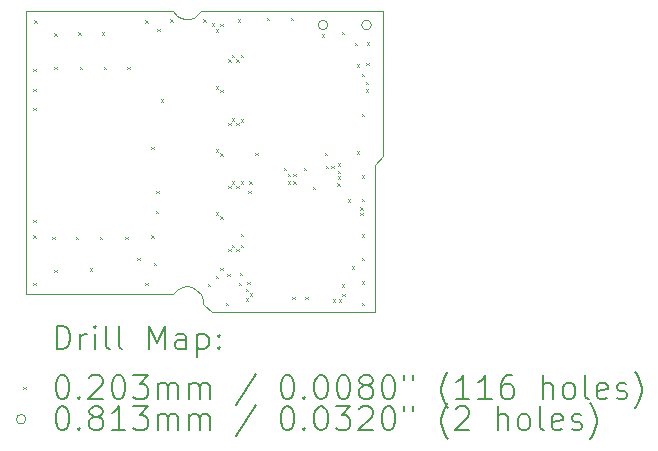
<source format=gbr>
%TF.GenerationSoftware,KiCad,Pcbnew,8.0.5*%
%TF.CreationDate,2025-10-23T09:57:47-05:00*%
%TF.ProjectId,iris-128s,69726973-2d31-4323-9873-2e6b69636164,1*%
%TF.SameCoordinates,Original*%
%TF.FileFunction,Drillmap*%
%TF.FilePolarity,Positive*%
%FSLAX45Y45*%
G04 Gerber Fmt 4.5, Leading zero omitted, Abs format (unit mm)*
G04 Created by KiCad (PCBNEW 8.0.5) date 2025-10-23 09:57:47*
%MOMM*%
%LPD*%
G01*
G04 APERTURE LIST*
%ADD10C,0.050000*%
%ADD11C,0.200000*%
%ADD12C,0.100000*%
G04 APERTURE END LIST*
D10*
X9550000Y-10400000D02*
X9550000Y-8000000D01*
X10990000Y-10360000D02*
X11030000Y-10400000D01*
X11000000Y-8035000D02*
X11030000Y-8000000D01*
X12570000Y-8000000D02*
X12570000Y-9230000D01*
X10790000Y-10400000D02*
X10830000Y-10360000D01*
X10895000Y-8070000D02*
X10930000Y-8070000D01*
X9550000Y-8000000D02*
X10790000Y-8000000D01*
X10830000Y-10360000D02*
X10870000Y-10340000D01*
X10790000Y-10400000D02*
X9550000Y-10400000D01*
X11030000Y-10400000D02*
X11050000Y-10450000D01*
X12100000Y-10550000D02*
X11120000Y-10550000D01*
X10790000Y-8000000D02*
X10825000Y-8040000D01*
X11050000Y-10450000D02*
X11050000Y-10480000D01*
X10950000Y-10340250D02*
X10990000Y-10360000D01*
X10970000Y-8055000D02*
X11000000Y-8035000D01*
X12500000Y-9300000D02*
X12500000Y-10550000D01*
X10910000Y-10330000D02*
X10950000Y-10340250D01*
X10930000Y-8070000D02*
X10970000Y-8055000D01*
X10825000Y-8040000D02*
X10860000Y-8060000D01*
X12570000Y-9230000D02*
X12500000Y-9300000D01*
X11120000Y-10550000D02*
X11050000Y-10480000D01*
X10870000Y-10340000D02*
X10910000Y-10330000D01*
X12500000Y-10550000D02*
X12100000Y-10550000D01*
X10860000Y-8060000D02*
X10895000Y-8070000D01*
X11030000Y-8000000D02*
X12570000Y-8000000D01*
D11*
D12*
X9609840Y-8489840D02*
X9630160Y-8510160D01*
X9630160Y-8489840D02*
X9609840Y-8510160D01*
X9609840Y-8659840D02*
X9630160Y-8680160D01*
X9630160Y-8659840D02*
X9609840Y-8680160D01*
X9609840Y-8819840D02*
X9630160Y-8840160D01*
X9630160Y-8819840D02*
X9609840Y-8840160D01*
X9609840Y-9769840D02*
X9630160Y-9790160D01*
X9630160Y-9769840D02*
X9609840Y-9790160D01*
X9609840Y-9899840D02*
X9630160Y-9920160D01*
X9630160Y-9899840D02*
X9609840Y-9920160D01*
X9609840Y-10299840D02*
X9630160Y-10320160D01*
X9630160Y-10299840D02*
X9609840Y-10320160D01*
X9619840Y-8079840D02*
X9640160Y-8100160D01*
X9640160Y-8079840D02*
X9619840Y-8100160D01*
X9771758Y-9910180D02*
X9792078Y-9930500D01*
X9792078Y-9910180D02*
X9771758Y-9930500D01*
X9789538Y-8470180D02*
X9809858Y-8490500D01*
X9809858Y-8470180D02*
X9789538Y-8490500D01*
X9789840Y-8189840D02*
X9810160Y-8210160D01*
X9810160Y-8189840D02*
X9789840Y-8210160D01*
X9789840Y-10189840D02*
X9810160Y-10210160D01*
X9810160Y-10189840D02*
X9789840Y-10210160D01*
X9971758Y-9910180D02*
X9992078Y-9930500D01*
X9992078Y-9910180D02*
X9971758Y-9930500D01*
X9989840Y-8179840D02*
X10010160Y-8200160D01*
X10010160Y-8179840D02*
X9989840Y-8200160D01*
X10004458Y-8471958D02*
X10024778Y-8492278D01*
X10024778Y-8471958D02*
X10004458Y-8492278D01*
X10089840Y-10179840D02*
X10110160Y-10200160D01*
X10110160Y-10179840D02*
X10089840Y-10200160D01*
X10174298Y-9910180D02*
X10194618Y-9930500D01*
X10194618Y-9910180D02*
X10174298Y-9930500D01*
X10189840Y-8179840D02*
X10210160Y-8200160D01*
X10210160Y-8179840D02*
X10189840Y-8200160D01*
X10207318Y-8470180D02*
X10227638Y-8490500D01*
X10227638Y-8470180D02*
X10207318Y-8490500D01*
X10389538Y-9910180D02*
X10409858Y-9930500D01*
X10409858Y-9910180D02*
X10389538Y-9930500D01*
X10407318Y-8470180D02*
X10427638Y-8490500D01*
X10427638Y-8470180D02*
X10407318Y-8490500D01*
X10489840Y-10089840D02*
X10510160Y-10110160D01*
X10510160Y-10089840D02*
X10489840Y-10110160D01*
X10559840Y-8079840D02*
X10580160Y-8100160D01*
X10580160Y-8079840D02*
X10559840Y-8100160D01*
X10559840Y-10299840D02*
X10580160Y-10320160D01*
X10580160Y-10299840D02*
X10559840Y-10320160D01*
X10609840Y-9149840D02*
X10630160Y-9170160D01*
X10630160Y-9149840D02*
X10609840Y-9170160D01*
X10609840Y-9899840D02*
X10630160Y-9920160D01*
X10630160Y-9899840D02*
X10609840Y-9920160D01*
X10629840Y-10129840D02*
X10650160Y-10150160D01*
X10650160Y-10129840D02*
X10629840Y-10150160D01*
X10649840Y-9689840D02*
X10670160Y-9710160D01*
X10670160Y-9689840D02*
X10649840Y-9710160D01*
X10651344Y-9523954D02*
X10671664Y-9544274D01*
X10671664Y-9523954D02*
X10651344Y-9544274D01*
X10659840Y-8149840D02*
X10680160Y-8170160D01*
X10680160Y-8149840D02*
X10659840Y-8170160D01*
X10690714Y-8748746D02*
X10711034Y-8769066D01*
X10711034Y-8748746D02*
X10690714Y-8769066D01*
X10769840Y-8069840D02*
X10790160Y-8090160D01*
X10790160Y-8069840D02*
X10769840Y-8090160D01*
X11049840Y-8069840D02*
X11070160Y-8090160D01*
X11070160Y-8069840D02*
X11049840Y-8090160D01*
X11089840Y-10309840D02*
X11110160Y-10330160D01*
X11110160Y-10309840D02*
X11089840Y-10330160D01*
X11122660Y-8102600D02*
X11142980Y-8122920D01*
X11142980Y-8102600D02*
X11122660Y-8122920D01*
X11153140Y-8636000D02*
X11173460Y-8656320D01*
X11173460Y-8636000D02*
X11153140Y-8656320D01*
X11153140Y-9170670D02*
X11173460Y-9190990D01*
X11173460Y-9170670D02*
X11153140Y-9190990D01*
X11153140Y-9705340D02*
X11173460Y-9725660D01*
X11173460Y-9705340D02*
X11153140Y-9725660D01*
X11153140Y-10241280D02*
X11173460Y-10261600D01*
X11173460Y-10241280D02*
X11153140Y-10261600D01*
X11155140Y-8154840D02*
X11175460Y-8175160D01*
X11175460Y-8154840D02*
X11155140Y-8175160D01*
X11193780Y-8109840D02*
X11214100Y-8130160D01*
X11214100Y-8109840D02*
X11193780Y-8130160D01*
X11193780Y-8669020D02*
X11214100Y-8689340D01*
X11214100Y-8669020D02*
X11193780Y-8689340D01*
X11193780Y-9203690D02*
X11214100Y-9224010D01*
X11214100Y-9203690D02*
X11193780Y-9224010D01*
X11193780Y-9738360D02*
X11214100Y-9758680D01*
X11214100Y-9738360D02*
X11193780Y-9758680D01*
X11193780Y-10175240D02*
X11214100Y-10195560D01*
X11214100Y-10175240D02*
X11193780Y-10195560D01*
X11239840Y-10469840D02*
X11260160Y-10490160D01*
X11260160Y-10469840D02*
X11239840Y-10490160D01*
X11253216Y-10226040D02*
X11273536Y-10246360D01*
X11273536Y-10226040D02*
X11253216Y-10246360D01*
X11259820Y-8409940D02*
X11280140Y-8430260D01*
X11280140Y-8409940D02*
X11259820Y-8430260D01*
X11259820Y-8945880D02*
X11280140Y-8966200D01*
X11280140Y-8945880D02*
X11259820Y-8966200D01*
X11259820Y-9479280D02*
X11280140Y-9499600D01*
X11280140Y-9479280D02*
X11259820Y-9499600D01*
X11259820Y-10015220D02*
X11280140Y-10035540D01*
X11280140Y-10015220D02*
X11259820Y-10035540D01*
X11290300Y-8371840D02*
X11310620Y-8392160D01*
X11310620Y-8371840D02*
X11290300Y-8392160D01*
X11290300Y-8907780D02*
X11310620Y-8928100D01*
X11310620Y-8907780D02*
X11290300Y-8928100D01*
X11290300Y-9441180D02*
X11310620Y-9461500D01*
X11310620Y-9441180D02*
X11290300Y-9461500D01*
X11290300Y-9977120D02*
X11310620Y-9997440D01*
X11310620Y-9977120D02*
X11290300Y-9997440D01*
X11328400Y-8409940D02*
X11348720Y-8430260D01*
X11348720Y-8409940D02*
X11328400Y-8430260D01*
X11328400Y-8945880D02*
X11348720Y-8966200D01*
X11348720Y-8945880D02*
X11328400Y-8966200D01*
X11328400Y-9479280D02*
X11348720Y-9499600D01*
X11348720Y-9479280D02*
X11328400Y-9499600D01*
X11328400Y-10015220D02*
X11348720Y-10035540D01*
X11348720Y-10015220D02*
X11328400Y-10035540D01*
X11339840Y-8069840D02*
X11360160Y-8090160D01*
X11360160Y-8069840D02*
X11339840Y-8090160D01*
X11349840Y-10299840D02*
X11370160Y-10320160D01*
X11370160Y-10299840D02*
X11349840Y-10320160D01*
X11356822Y-10217400D02*
X11377142Y-10237720D01*
X11377142Y-10217400D02*
X11356822Y-10237720D01*
X11366500Y-9885426D02*
X11386820Y-9905746D01*
X11386820Y-9885426D02*
X11366500Y-9905746D01*
X11369040Y-8371840D02*
X11389360Y-8392160D01*
X11389360Y-8371840D02*
X11369040Y-8392160D01*
X11369040Y-8917940D02*
X11389360Y-8938260D01*
X11389360Y-8917940D02*
X11369040Y-8938260D01*
X11369040Y-9441180D02*
X11389360Y-9461500D01*
X11389360Y-9441180D02*
X11369040Y-9461500D01*
X11369040Y-9977120D02*
X11389360Y-9997440D01*
X11389360Y-9977120D02*
X11369040Y-9997440D01*
X11409172Y-10349924D02*
X11429492Y-10370244D01*
X11429492Y-10349924D02*
X11409172Y-10370244D01*
X11409172Y-10432796D02*
X11429492Y-10453116D01*
X11429492Y-10432796D02*
X11409172Y-10453116D01*
X11420856Y-10291318D02*
X11441176Y-10311638D01*
X11441176Y-10291318D02*
X11420856Y-10311638D01*
X11429840Y-9519840D02*
X11450160Y-9540160D01*
X11450160Y-9519840D02*
X11429840Y-9540160D01*
X11439398Y-9441180D02*
X11459718Y-9461500D01*
X11459718Y-9441180D02*
X11439398Y-9461500D01*
X11442954Y-10391648D02*
X11463274Y-10411968D01*
X11463274Y-10391648D02*
X11442954Y-10411968D01*
X11490198Y-9201912D02*
X11510518Y-9222232D01*
X11510518Y-9201912D02*
X11490198Y-9222232D01*
X11589840Y-8059840D02*
X11610160Y-8080160D01*
X11610160Y-8059840D02*
X11589840Y-8080160D01*
X11729840Y-9329840D02*
X11750160Y-9350160D01*
X11750160Y-9329840D02*
X11729840Y-9350160D01*
X11764772Y-9380220D02*
X11785092Y-9400540D01*
X11785092Y-9380220D02*
X11764772Y-9400540D01*
X11764772Y-9442450D02*
X11785092Y-9462770D01*
X11785092Y-9442450D02*
X11764772Y-9462770D01*
X11789840Y-8059840D02*
X11810160Y-8080160D01*
X11810160Y-8059840D02*
X11789840Y-8080160D01*
X11804400Y-10418576D02*
X11824720Y-10438896D01*
X11824720Y-10418576D02*
X11804400Y-10438896D01*
X11812524Y-9380220D02*
X11832844Y-9400540D01*
X11832844Y-9380220D02*
X11812524Y-9400540D01*
X11812524Y-9442450D02*
X11832844Y-9462770D01*
X11832844Y-9442450D02*
X11812524Y-9462770D01*
X11899840Y-9329840D02*
X11920160Y-9350160D01*
X11920160Y-9329840D02*
X11899840Y-9350160D01*
X11914124Y-10418576D02*
X11934444Y-10438896D01*
X11934444Y-10418576D02*
X11914124Y-10438896D01*
X11976822Y-9487496D02*
X11997142Y-9507816D01*
X11997142Y-9487496D02*
X11976822Y-9507816D01*
X12051030Y-8196580D02*
X12071350Y-8216900D01*
X12071350Y-8196580D02*
X12051030Y-8216900D01*
X12080494Y-9200134D02*
X12100814Y-9220454D01*
X12100814Y-9200134D02*
X12080494Y-9220454D01*
X12085574Y-9309326D02*
X12105894Y-9329646D01*
X12105894Y-9309326D02*
X12085574Y-9329646D01*
X12133326Y-9309326D02*
X12153646Y-9329646D01*
X12153646Y-9309326D02*
X12133326Y-9329646D01*
X12147002Y-10439996D02*
X12167322Y-10460316D01*
X12167322Y-10439996D02*
X12147002Y-10460316D01*
X12183110Y-9458198D02*
X12203430Y-9478518D01*
X12203430Y-9458198D02*
X12183110Y-9478518D01*
X12186412Y-9351998D02*
X12206732Y-9372318D01*
X12206732Y-9351998D02*
X12186412Y-9372318D01*
X12186412Y-9399750D02*
X12206732Y-9420070D01*
X12206732Y-9399750D02*
X12186412Y-9420070D01*
X12189840Y-9289840D02*
X12210160Y-9310160D01*
X12210160Y-9289840D02*
X12189840Y-9310160D01*
X12197802Y-10439996D02*
X12218122Y-10460316D01*
X12218122Y-10439996D02*
X12197802Y-10460316D01*
X12222480Y-8174990D02*
X12242800Y-8195310D01*
X12242800Y-8174990D02*
X12222480Y-8195310D01*
X12224004Y-10312908D02*
X12244324Y-10333228D01*
X12244324Y-10312908D02*
X12224004Y-10333228D01*
X12227306Y-10396728D02*
X12247626Y-10417048D01*
X12247626Y-10396728D02*
X12227306Y-10417048D01*
X12274042Y-9594056D02*
X12294362Y-9614376D01*
X12294362Y-9594056D02*
X12274042Y-9614376D01*
X12308840Y-10161440D02*
X12329160Y-10181760D01*
X12329160Y-10161440D02*
X12308840Y-10181760D01*
X12334406Y-8270022D02*
X12354726Y-8290342D01*
X12354726Y-8270022D02*
X12334406Y-8290342D01*
X12348550Y-9188450D02*
X12368870Y-9208770D01*
X12368870Y-9188450D02*
X12348550Y-9208770D01*
X12349840Y-8449840D02*
X12370160Y-8470160D01*
X12370160Y-8449840D02*
X12349840Y-8470160D01*
X12380214Y-9662156D02*
X12400534Y-9682476D01*
X12400534Y-9662156D02*
X12380214Y-9682476D01*
X12380214Y-9708388D02*
X12400534Y-9728708D01*
X12400534Y-9708388D02*
X12380214Y-9728708D01*
X12389840Y-8529840D02*
X12410160Y-8550160D01*
X12410160Y-8529840D02*
X12389840Y-8550160D01*
X12389840Y-9389840D02*
X12410160Y-9410160D01*
X12410160Y-9389840D02*
X12389840Y-9410160D01*
X12389840Y-9589840D02*
X12410160Y-9610160D01*
X12410160Y-9589840D02*
X12389840Y-9610160D01*
X12389840Y-9889840D02*
X12410160Y-9910160D01*
X12410160Y-9889840D02*
X12389840Y-9910160D01*
X12389840Y-10089840D02*
X12410160Y-10110160D01*
X12410160Y-10089840D02*
X12389840Y-10110160D01*
X12389840Y-10289840D02*
X12410160Y-10310160D01*
X12410160Y-10289840D02*
X12389840Y-10310160D01*
X12389840Y-10469840D02*
X12410160Y-10490160D01*
X12410160Y-10469840D02*
X12389840Y-10490160D01*
X12393930Y-8868156D02*
X12414250Y-8888476D01*
X12414250Y-8868156D02*
X12393930Y-8888476D01*
X12423622Y-8599102D02*
X12443942Y-8619422D01*
X12443942Y-8599102D02*
X12423622Y-8619422D01*
X12423622Y-8663102D02*
X12443942Y-8683422D01*
X12443942Y-8663102D02*
X12423622Y-8683422D01*
X12429840Y-8439840D02*
X12450160Y-8460160D01*
X12450160Y-8439840D02*
X12429840Y-8460160D01*
X12431522Y-8266176D02*
X12451842Y-8286496D01*
X12451842Y-8266176D02*
X12431522Y-8286496D01*
X12102890Y-8118800D02*
G75*
G02*
X12021610Y-8118800I-40640J0D01*
G01*
X12021610Y-8118800D02*
G75*
G02*
X12102890Y-8118800I40640J0D01*
G01*
X12472140Y-8118800D02*
G75*
G02*
X12390860Y-8118800I-40640J0D01*
G01*
X12390860Y-8118800D02*
G75*
G02*
X12472140Y-8118800I40640J0D01*
G01*
D11*
X9808277Y-10863984D02*
X9808277Y-10663984D01*
X9808277Y-10663984D02*
X9855896Y-10663984D01*
X9855896Y-10663984D02*
X9884467Y-10673508D01*
X9884467Y-10673508D02*
X9903515Y-10692555D01*
X9903515Y-10692555D02*
X9913039Y-10711603D01*
X9913039Y-10711603D02*
X9922563Y-10749698D01*
X9922563Y-10749698D02*
X9922563Y-10778270D01*
X9922563Y-10778270D02*
X9913039Y-10816365D01*
X9913039Y-10816365D02*
X9903515Y-10835412D01*
X9903515Y-10835412D02*
X9884467Y-10854460D01*
X9884467Y-10854460D02*
X9855896Y-10863984D01*
X9855896Y-10863984D02*
X9808277Y-10863984D01*
X10008277Y-10863984D02*
X10008277Y-10730650D01*
X10008277Y-10768746D02*
X10017801Y-10749698D01*
X10017801Y-10749698D02*
X10027324Y-10740174D01*
X10027324Y-10740174D02*
X10046372Y-10730650D01*
X10046372Y-10730650D02*
X10065420Y-10730650D01*
X10132086Y-10863984D02*
X10132086Y-10730650D01*
X10132086Y-10663984D02*
X10122563Y-10673508D01*
X10122563Y-10673508D02*
X10132086Y-10683031D01*
X10132086Y-10683031D02*
X10141610Y-10673508D01*
X10141610Y-10673508D02*
X10132086Y-10663984D01*
X10132086Y-10663984D02*
X10132086Y-10683031D01*
X10255896Y-10863984D02*
X10236848Y-10854460D01*
X10236848Y-10854460D02*
X10227324Y-10835412D01*
X10227324Y-10835412D02*
X10227324Y-10663984D01*
X10360658Y-10863984D02*
X10341610Y-10854460D01*
X10341610Y-10854460D02*
X10332086Y-10835412D01*
X10332086Y-10835412D02*
X10332086Y-10663984D01*
X10589229Y-10863984D02*
X10589229Y-10663984D01*
X10589229Y-10663984D02*
X10655896Y-10806841D01*
X10655896Y-10806841D02*
X10722563Y-10663984D01*
X10722563Y-10663984D02*
X10722563Y-10863984D01*
X10903515Y-10863984D02*
X10903515Y-10759222D01*
X10903515Y-10759222D02*
X10893991Y-10740174D01*
X10893991Y-10740174D02*
X10874944Y-10730650D01*
X10874944Y-10730650D02*
X10836848Y-10730650D01*
X10836848Y-10730650D02*
X10817801Y-10740174D01*
X10903515Y-10854460D02*
X10884467Y-10863984D01*
X10884467Y-10863984D02*
X10836848Y-10863984D01*
X10836848Y-10863984D02*
X10817801Y-10854460D01*
X10817801Y-10854460D02*
X10808277Y-10835412D01*
X10808277Y-10835412D02*
X10808277Y-10816365D01*
X10808277Y-10816365D02*
X10817801Y-10797317D01*
X10817801Y-10797317D02*
X10836848Y-10787793D01*
X10836848Y-10787793D02*
X10884467Y-10787793D01*
X10884467Y-10787793D02*
X10903515Y-10778270D01*
X10998753Y-10730650D02*
X10998753Y-10930650D01*
X10998753Y-10740174D02*
X11017801Y-10730650D01*
X11017801Y-10730650D02*
X11055896Y-10730650D01*
X11055896Y-10730650D02*
X11074944Y-10740174D01*
X11074944Y-10740174D02*
X11084467Y-10749698D01*
X11084467Y-10749698D02*
X11093991Y-10768746D01*
X11093991Y-10768746D02*
X11093991Y-10825889D01*
X11093991Y-10825889D02*
X11084467Y-10844936D01*
X11084467Y-10844936D02*
X11074944Y-10854460D01*
X11074944Y-10854460D02*
X11055896Y-10863984D01*
X11055896Y-10863984D02*
X11017801Y-10863984D01*
X11017801Y-10863984D02*
X10998753Y-10854460D01*
X11179705Y-10844936D02*
X11189229Y-10854460D01*
X11189229Y-10854460D02*
X11179705Y-10863984D01*
X11179705Y-10863984D02*
X11170182Y-10854460D01*
X11170182Y-10854460D02*
X11179705Y-10844936D01*
X11179705Y-10844936D02*
X11179705Y-10863984D01*
X11179705Y-10740174D02*
X11189229Y-10749698D01*
X11189229Y-10749698D02*
X11179705Y-10759222D01*
X11179705Y-10759222D02*
X11170182Y-10749698D01*
X11170182Y-10749698D02*
X11179705Y-10740174D01*
X11179705Y-10740174D02*
X11179705Y-10759222D01*
D12*
X9527180Y-11182340D02*
X9547500Y-11202660D01*
X9547500Y-11182340D02*
X9527180Y-11202660D01*
D11*
X9846372Y-11083984D02*
X9865420Y-11083984D01*
X9865420Y-11083984D02*
X9884467Y-11093508D01*
X9884467Y-11093508D02*
X9893991Y-11103031D01*
X9893991Y-11103031D02*
X9903515Y-11122079D01*
X9903515Y-11122079D02*
X9913039Y-11160174D01*
X9913039Y-11160174D02*
X9913039Y-11207793D01*
X9913039Y-11207793D02*
X9903515Y-11245888D01*
X9903515Y-11245888D02*
X9893991Y-11264936D01*
X9893991Y-11264936D02*
X9884467Y-11274460D01*
X9884467Y-11274460D02*
X9865420Y-11283984D01*
X9865420Y-11283984D02*
X9846372Y-11283984D01*
X9846372Y-11283984D02*
X9827324Y-11274460D01*
X9827324Y-11274460D02*
X9817801Y-11264936D01*
X9817801Y-11264936D02*
X9808277Y-11245888D01*
X9808277Y-11245888D02*
X9798753Y-11207793D01*
X9798753Y-11207793D02*
X9798753Y-11160174D01*
X9798753Y-11160174D02*
X9808277Y-11122079D01*
X9808277Y-11122079D02*
X9817801Y-11103031D01*
X9817801Y-11103031D02*
X9827324Y-11093508D01*
X9827324Y-11093508D02*
X9846372Y-11083984D01*
X9998753Y-11264936D02*
X10008277Y-11274460D01*
X10008277Y-11274460D02*
X9998753Y-11283984D01*
X9998753Y-11283984D02*
X9989229Y-11274460D01*
X9989229Y-11274460D02*
X9998753Y-11264936D01*
X9998753Y-11264936D02*
X9998753Y-11283984D01*
X10084467Y-11103031D02*
X10093991Y-11093508D01*
X10093991Y-11093508D02*
X10113039Y-11083984D01*
X10113039Y-11083984D02*
X10160658Y-11083984D01*
X10160658Y-11083984D02*
X10179705Y-11093508D01*
X10179705Y-11093508D02*
X10189229Y-11103031D01*
X10189229Y-11103031D02*
X10198753Y-11122079D01*
X10198753Y-11122079D02*
X10198753Y-11141127D01*
X10198753Y-11141127D02*
X10189229Y-11169698D01*
X10189229Y-11169698D02*
X10074944Y-11283984D01*
X10074944Y-11283984D02*
X10198753Y-11283984D01*
X10322563Y-11083984D02*
X10341610Y-11083984D01*
X10341610Y-11083984D02*
X10360658Y-11093508D01*
X10360658Y-11093508D02*
X10370182Y-11103031D01*
X10370182Y-11103031D02*
X10379705Y-11122079D01*
X10379705Y-11122079D02*
X10389229Y-11160174D01*
X10389229Y-11160174D02*
X10389229Y-11207793D01*
X10389229Y-11207793D02*
X10379705Y-11245888D01*
X10379705Y-11245888D02*
X10370182Y-11264936D01*
X10370182Y-11264936D02*
X10360658Y-11274460D01*
X10360658Y-11274460D02*
X10341610Y-11283984D01*
X10341610Y-11283984D02*
X10322563Y-11283984D01*
X10322563Y-11283984D02*
X10303515Y-11274460D01*
X10303515Y-11274460D02*
X10293991Y-11264936D01*
X10293991Y-11264936D02*
X10284467Y-11245888D01*
X10284467Y-11245888D02*
X10274944Y-11207793D01*
X10274944Y-11207793D02*
X10274944Y-11160174D01*
X10274944Y-11160174D02*
X10284467Y-11122079D01*
X10284467Y-11122079D02*
X10293991Y-11103031D01*
X10293991Y-11103031D02*
X10303515Y-11093508D01*
X10303515Y-11093508D02*
X10322563Y-11083984D01*
X10455896Y-11083984D02*
X10579705Y-11083984D01*
X10579705Y-11083984D02*
X10513039Y-11160174D01*
X10513039Y-11160174D02*
X10541610Y-11160174D01*
X10541610Y-11160174D02*
X10560658Y-11169698D01*
X10560658Y-11169698D02*
X10570182Y-11179222D01*
X10570182Y-11179222D02*
X10579705Y-11198269D01*
X10579705Y-11198269D02*
X10579705Y-11245888D01*
X10579705Y-11245888D02*
X10570182Y-11264936D01*
X10570182Y-11264936D02*
X10560658Y-11274460D01*
X10560658Y-11274460D02*
X10541610Y-11283984D01*
X10541610Y-11283984D02*
X10484467Y-11283984D01*
X10484467Y-11283984D02*
X10465420Y-11274460D01*
X10465420Y-11274460D02*
X10455896Y-11264936D01*
X10665420Y-11283984D02*
X10665420Y-11150650D01*
X10665420Y-11169698D02*
X10674944Y-11160174D01*
X10674944Y-11160174D02*
X10693991Y-11150650D01*
X10693991Y-11150650D02*
X10722563Y-11150650D01*
X10722563Y-11150650D02*
X10741610Y-11160174D01*
X10741610Y-11160174D02*
X10751134Y-11179222D01*
X10751134Y-11179222D02*
X10751134Y-11283984D01*
X10751134Y-11179222D02*
X10760658Y-11160174D01*
X10760658Y-11160174D02*
X10779705Y-11150650D01*
X10779705Y-11150650D02*
X10808277Y-11150650D01*
X10808277Y-11150650D02*
X10827325Y-11160174D01*
X10827325Y-11160174D02*
X10836848Y-11179222D01*
X10836848Y-11179222D02*
X10836848Y-11283984D01*
X10932086Y-11283984D02*
X10932086Y-11150650D01*
X10932086Y-11169698D02*
X10941610Y-11160174D01*
X10941610Y-11160174D02*
X10960658Y-11150650D01*
X10960658Y-11150650D02*
X10989229Y-11150650D01*
X10989229Y-11150650D02*
X11008277Y-11160174D01*
X11008277Y-11160174D02*
X11017801Y-11179222D01*
X11017801Y-11179222D02*
X11017801Y-11283984D01*
X11017801Y-11179222D02*
X11027325Y-11160174D01*
X11027325Y-11160174D02*
X11046372Y-11150650D01*
X11046372Y-11150650D02*
X11074944Y-11150650D01*
X11074944Y-11150650D02*
X11093991Y-11160174D01*
X11093991Y-11160174D02*
X11103515Y-11179222D01*
X11103515Y-11179222D02*
X11103515Y-11283984D01*
X11493991Y-11074460D02*
X11322563Y-11331603D01*
X11751134Y-11083984D02*
X11770182Y-11083984D01*
X11770182Y-11083984D02*
X11789229Y-11093508D01*
X11789229Y-11093508D02*
X11798753Y-11103031D01*
X11798753Y-11103031D02*
X11808277Y-11122079D01*
X11808277Y-11122079D02*
X11817801Y-11160174D01*
X11817801Y-11160174D02*
X11817801Y-11207793D01*
X11817801Y-11207793D02*
X11808277Y-11245888D01*
X11808277Y-11245888D02*
X11798753Y-11264936D01*
X11798753Y-11264936D02*
X11789229Y-11274460D01*
X11789229Y-11274460D02*
X11770182Y-11283984D01*
X11770182Y-11283984D02*
X11751134Y-11283984D01*
X11751134Y-11283984D02*
X11732086Y-11274460D01*
X11732086Y-11274460D02*
X11722563Y-11264936D01*
X11722563Y-11264936D02*
X11713039Y-11245888D01*
X11713039Y-11245888D02*
X11703515Y-11207793D01*
X11703515Y-11207793D02*
X11703515Y-11160174D01*
X11703515Y-11160174D02*
X11713039Y-11122079D01*
X11713039Y-11122079D02*
X11722563Y-11103031D01*
X11722563Y-11103031D02*
X11732086Y-11093508D01*
X11732086Y-11093508D02*
X11751134Y-11083984D01*
X11903515Y-11264936D02*
X11913039Y-11274460D01*
X11913039Y-11274460D02*
X11903515Y-11283984D01*
X11903515Y-11283984D02*
X11893991Y-11274460D01*
X11893991Y-11274460D02*
X11903515Y-11264936D01*
X11903515Y-11264936D02*
X11903515Y-11283984D01*
X12036848Y-11083984D02*
X12055896Y-11083984D01*
X12055896Y-11083984D02*
X12074944Y-11093508D01*
X12074944Y-11093508D02*
X12084467Y-11103031D01*
X12084467Y-11103031D02*
X12093991Y-11122079D01*
X12093991Y-11122079D02*
X12103515Y-11160174D01*
X12103515Y-11160174D02*
X12103515Y-11207793D01*
X12103515Y-11207793D02*
X12093991Y-11245888D01*
X12093991Y-11245888D02*
X12084467Y-11264936D01*
X12084467Y-11264936D02*
X12074944Y-11274460D01*
X12074944Y-11274460D02*
X12055896Y-11283984D01*
X12055896Y-11283984D02*
X12036848Y-11283984D01*
X12036848Y-11283984D02*
X12017801Y-11274460D01*
X12017801Y-11274460D02*
X12008277Y-11264936D01*
X12008277Y-11264936D02*
X11998753Y-11245888D01*
X11998753Y-11245888D02*
X11989229Y-11207793D01*
X11989229Y-11207793D02*
X11989229Y-11160174D01*
X11989229Y-11160174D02*
X11998753Y-11122079D01*
X11998753Y-11122079D02*
X12008277Y-11103031D01*
X12008277Y-11103031D02*
X12017801Y-11093508D01*
X12017801Y-11093508D02*
X12036848Y-11083984D01*
X12227325Y-11083984D02*
X12246372Y-11083984D01*
X12246372Y-11083984D02*
X12265420Y-11093508D01*
X12265420Y-11093508D02*
X12274944Y-11103031D01*
X12274944Y-11103031D02*
X12284467Y-11122079D01*
X12284467Y-11122079D02*
X12293991Y-11160174D01*
X12293991Y-11160174D02*
X12293991Y-11207793D01*
X12293991Y-11207793D02*
X12284467Y-11245888D01*
X12284467Y-11245888D02*
X12274944Y-11264936D01*
X12274944Y-11264936D02*
X12265420Y-11274460D01*
X12265420Y-11274460D02*
X12246372Y-11283984D01*
X12246372Y-11283984D02*
X12227325Y-11283984D01*
X12227325Y-11283984D02*
X12208277Y-11274460D01*
X12208277Y-11274460D02*
X12198753Y-11264936D01*
X12198753Y-11264936D02*
X12189229Y-11245888D01*
X12189229Y-11245888D02*
X12179706Y-11207793D01*
X12179706Y-11207793D02*
X12179706Y-11160174D01*
X12179706Y-11160174D02*
X12189229Y-11122079D01*
X12189229Y-11122079D02*
X12198753Y-11103031D01*
X12198753Y-11103031D02*
X12208277Y-11093508D01*
X12208277Y-11093508D02*
X12227325Y-11083984D01*
X12408277Y-11169698D02*
X12389229Y-11160174D01*
X12389229Y-11160174D02*
X12379706Y-11150650D01*
X12379706Y-11150650D02*
X12370182Y-11131603D01*
X12370182Y-11131603D02*
X12370182Y-11122079D01*
X12370182Y-11122079D02*
X12379706Y-11103031D01*
X12379706Y-11103031D02*
X12389229Y-11093508D01*
X12389229Y-11093508D02*
X12408277Y-11083984D01*
X12408277Y-11083984D02*
X12446372Y-11083984D01*
X12446372Y-11083984D02*
X12465420Y-11093508D01*
X12465420Y-11093508D02*
X12474944Y-11103031D01*
X12474944Y-11103031D02*
X12484467Y-11122079D01*
X12484467Y-11122079D02*
X12484467Y-11131603D01*
X12484467Y-11131603D02*
X12474944Y-11150650D01*
X12474944Y-11150650D02*
X12465420Y-11160174D01*
X12465420Y-11160174D02*
X12446372Y-11169698D01*
X12446372Y-11169698D02*
X12408277Y-11169698D01*
X12408277Y-11169698D02*
X12389229Y-11179222D01*
X12389229Y-11179222D02*
X12379706Y-11188746D01*
X12379706Y-11188746D02*
X12370182Y-11207793D01*
X12370182Y-11207793D02*
X12370182Y-11245888D01*
X12370182Y-11245888D02*
X12379706Y-11264936D01*
X12379706Y-11264936D02*
X12389229Y-11274460D01*
X12389229Y-11274460D02*
X12408277Y-11283984D01*
X12408277Y-11283984D02*
X12446372Y-11283984D01*
X12446372Y-11283984D02*
X12465420Y-11274460D01*
X12465420Y-11274460D02*
X12474944Y-11264936D01*
X12474944Y-11264936D02*
X12484467Y-11245888D01*
X12484467Y-11245888D02*
X12484467Y-11207793D01*
X12484467Y-11207793D02*
X12474944Y-11188746D01*
X12474944Y-11188746D02*
X12465420Y-11179222D01*
X12465420Y-11179222D02*
X12446372Y-11169698D01*
X12608277Y-11083984D02*
X12627325Y-11083984D01*
X12627325Y-11083984D02*
X12646372Y-11093508D01*
X12646372Y-11093508D02*
X12655896Y-11103031D01*
X12655896Y-11103031D02*
X12665420Y-11122079D01*
X12665420Y-11122079D02*
X12674944Y-11160174D01*
X12674944Y-11160174D02*
X12674944Y-11207793D01*
X12674944Y-11207793D02*
X12665420Y-11245888D01*
X12665420Y-11245888D02*
X12655896Y-11264936D01*
X12655896Y-11264936D02*
X12646372Y-11274460D01*
X12646372Y-11274460D02*
X12627325Y-11283984D01*
X12627325Y-11283984D02*
X12608277Y-11283984D01*
X12608277Y-11283984D02*
X12589229Y-11274460D01*
X12589229Y-11274460D02*
X12579706Y-11264936D01*
X12579706Y-11264936D02*
X12570182Y-11245888D01*
X12570182Y-11245888D02*
X12560658Y-11207793D01*
X12560658Y-11207793D02*
X12560658Y-11160174D01*
X12560658Y-11160174D02*
X12570182Y-11122079D01*
X12570182Y-11122079D02*
X12579706Y-11103031D01*
X12579706Y-11103031D02*
X12589229Y-11093508D01*
X12589229Y-11093508D02*
X12608277Y-11083984D01*
X12751134Y-11083984D02*
X12751134Y-11122079D01*
X12827325Y-11083984D02*
X12827325Y-11122079D01*
X13122563Y-11360174D02*
X13113039Y-11350650D01*
X13113039Y-11350650D02*
X13093991Y-11322079D01*
X13093991Y-11322079D02*
X13084468Y-11303031D01*
X13084468Y-11303031D02*
X13074944Y-11274460D01*
X13074944Y-11274460D02*
X13065420Y-11226841D01*
X13065420Y-11226841D02*
X13065420Y-11188746D01*
X13065420Y-11188746D02*
X13074944Y-11141127D01*
X13074944Y-11141127D02*
X13084468Y-11112555D01*
X13084468Y-11112555D02*
X13093991Y-11093508D01*
X13093991Y-11093508D02*
X13113039Y-11064936D01*
X13113039Y-11064936D02*
X13122563Y-11055412D01*
X13303515Y-11283984D02*
X13189229Y-11283984D01*
X13246372Y-11283984D02*
X13246372Y-11083984D01*
X13246372Y-11083984D02*
X13227325Y-11112555D01*
X13227325Y-11112555D02*
X13208277Y-11131603D01*
X13208277Y-11131603D02*
X13189229Y-11141127D01*
X13493991Y-11283984D02*
X13379706Y-11283984D01*
X13436848Y-11283984D02*
X13436848Y-11083984D01*
X13436848Y-11083984D02*
X13417801Y-11112555D01*
X13417801Y-11112555D02*
X13398753Y-11131603D01*
X13398753Y-11131603D02*
X13379706Y-11141127D01*
X13665420Y-11083984D02*
X13627325Y-11083984D01*
X13627325Y-11083984D02*
X13608277Y-11093508D01*
X13608277Y-11093508D02*
X13598753Y-11103031D01*
X13598753Y-11103031D02*
X13579706Y-11131603D01*
X13579706Y-11131603D02*
X13570182Y-11169698D01*
X13570182Y-11169698D02*
X13570182Y-11245888D01*
X13570182Y-11245888D02*
X13579706Y-11264936D01*
X13579706Y-11264936D02*
X13589229Y-11274460D01*
X13589229Y-11274460D02*
X13608277Y-11283984D01*
X13608277Y-11283984D02*
X13646372Y-11283984D01*
X13646372Y-11283984D02*
X13665420Y-11274460D01*
X13665420Y-11274460D02*
X13674944Y-11264936D01*
X13674944Y-11264936D02*
X13684468Y-11245888D01*
X13684468Y-11245888D02*
X13684468Y-11198269D01*
X13684468Y-11198269D02*
X13674944Y-11179222D01*
X13674944Y-11179222D02*
X13665420Y-11169698D01*
X13665420Y-11169698D02*
X13646372Y-11160174D01*
X13646372Y-11160174D02*
X13608277Y-11160174D01*
X13608277Y-11160174D02*
X13589229Y-11169698D01*
X13589229Y-11169698D02*
X13579706Y-11179222D01*
X13579706Y-11179222D02*
X13570182Y-11198269D01*
X13922563Y-11283984D02*
X13922563Y-11083984D01*
X14008277Y-11283984D02*
X14008277Y-11179222D01*
X14008277Y-11179222D02*
X13998753Y-11160174D01*
X13998753Y-11160174D02*
X13979706Y-11150650D01*
X13979706Y-11150650D02*
X13951134Y-11150650D01*
X13951134Y-11150650D02*
X13932087Y-11160174D01*
X13932087Y-11160174D02*
X13922563Y-11169698D01*
X14132087Y-11283984D02*
X14113039Y-11274460D01*
X14113039Y-11274460D02*
X14103515Y-11264936D01*
X14103515Y-11264936D02*
X14093991Y-11245888D01*
X14093991Y-11245888D02*
X14093991Y-11188746D01*
X14093991Y-11188746D02*
X14103515Y-11169698D01*
X14103515Y-11169698D02*
X14113039Y-11160174D01*
X14113039Y-11160174D02*
X14132087Y-11150650D01*
X14132087Y-11150650D02*
X14160658Y-11150650D01*
X14160658Y-11150650D02*
X14179706Y-11160174D01*
X14179706Y-11160174D02*
X14189230Y-11169698D01*
X14189230Y-11169698D02*
X14198753Y-11188746D01*
X14198753Y-11188746D02*
X14198753Y-11245888D01*
X14198753Y-11245888D02*
X14189230Y-11264936D01*
X14189230Y-11264936D02*
X14179706Y-11274460D01*
X14179706Y-11274460D02*
X14160658Y-11283984D01*
X14160658Y-11283984D02*
X14132087Y-11283984D01*
X14313039Y-11283984D02*
X14293991Y-11274460D01*
X14293991Y-11274460D02*
X14284468Y-11255412D01*
X14284468Y-11255412D02*
X14284468Y-11083984D01*
X14465420Y-11274460D02*
X14446372Y-11283984D01*
X14446372Y-11283984D02*
X14408277Y-11283984D01*
X14408277Y-11283984D02*
X14389230Y-11274460D01*
X14389230Y-11274460D02*
X14379706Y-11255412D01*
X14379706Y-11255412D02*
X14379706Y-11179222D01*
X14379706Y-11179222D02*
X14389230Y-11160174D01*
X14389230Y-11160174D02*
X14408277Y-11150650D01*
X14408277Y-11150650D02*
X14446372Y-11150650D01*
X14446372Y-11150650D02*
X14465420Y-11160174D01*
X14465420Y-11160174D02*
X14474944Y-11179222D01*
X14474944Y-11179222D02*
X14474944Y-11198269D01*
X14474944Y-11198269D02*
X14379706Y-11217317D01*
X14551134Y-11274460D02*
X14570182Y-11283984D01*
X14570182Y-11283984D02*
X14608277Y-11283984D01*
X14608277Y-11283984D02*
X14627325Y-11274460D01*
X14627325Y-11274460D02*
X14636849Y-11255412D01*
X14636849Y-11255412D02*
X14636849Y-11245888D01*
X14636849Y-11245888D02*
X14627325Y-11226841D01*
X14627325Y-11226841D02*
X14608277Y-11217317D01*
X14608277Y-11217317D02*
X14579706Y-11217317D01*
X14579706Y-11217317D02*
X14560658Y-11207793D01*
X14560658Y-11207793D02*
X14551134Y-11188746D01*
X14551134Y-11188746D02*
X14551134Y-11179222D01*
X14551134Y-11179222D02*
X14560658Y-11160174D01*
X14560658Y-11160174D02*
X14579706Y-11150650D01*
X14579706Y-11150650D02*
X14608277Y-11150650D01*
X14608277Y-11150650D02*
X14627325Y-11160174D01*
X14703515Y-11360174D02*
X14713039Y-11350650D01*
X14713039Y-11350650D02*
X14732087Y-11322079D01*
X14732087Y-11322079D02*
X14741611Y-11303031D01*
X14741611Y-11303031D02*
X14751134Y-11274460D01*
X14751134Y-11274460D02*
X14760658Y-11226841D01*
X14760658Y-11226841D02*
X14760658Y-11188746D01*
X14760658Y-11188746D02*
X14751134Y-11141127D01*
X14751134Y-11141127D02*
X14741611Y-11112555D01*
X14741611Y-11112555D02*
X14732087Y-11093508D01*
X14732087Y-11093508D02*
X14713039Y-11064936D01*
X14713039Y-11064936D02*
X14703515Y-11055412D01*
D12*
X9547500Y-11456500D02*
G75*
G02*
X9466220Y-11456500I-40640J0D01*
G01*
X9466220Y-11456500D02*
G75*
G02*
X9547500Y-11456500I40640J0D01*
G01*
D11*
X9846372Y-11347984D02*
X9865420Y-11347984D01*
X9865420Y-11347984D02*
X9884467Y-11357508D01*
X9884467Y-11357508D02*
X9893991Y-11367031D01*
X9893991Y-11367031D02*
X9903515Y-11386079D01*
X9903515Y-11386079D02*
X9913039Y-11424174D01*
X9913039Y-11424174D02*
X9913039Y-11471793D01*
X9913039Y-11471793D02*
X9903515Y-11509888D01*
X9903515Y-11509888D02*
X9893991Y-11528936D01*
X9893991Y-11528936D02*
X9884467Y-11538460D01*
X9884467Y-11538460D02*
X9865420Y-11547984D01*
X9865420Y-11547984D02*
X9846372Y-11547984D01*
X9846372Y-11547984D02*
X9827324Y-11538460D01*
X9827324Y-11538460D02*
X9817801Y-11528936D01*
X9817801Y-11528936D02*
X9808277Y-11509888D01*
X9808277Y-11509888D02*
X9798753Y-11471793D01*
X9798753Y-11471793D02*
X9798753Y-11424174D01*
X9798753Y-11424174D02*
X9808277Y-11386079D01*
X9808277Y-11386079D02*
X9817801Y-11367031D01*
X9817801Y-11367031D02*
X9827324Y-11357508D01*
X9827324Y-11357508D02*
X9846372Y-11347984D01*
X9998753Y-11528936D02*
X10008277Y-11538460D01*
X10008277Y-11538460D02*
X9998753Y-11547984D01*
X9998753Y-11547984D02*
X9989229Y-11538460D01*
X9989229Y-11538460D02*
X9998753Y-11528936D01*
X9998753Y-11528936D02*
X9998753Y-11547984D01*
X10122563Y-11433698D02*
X10103515Y-11424174D01*
X10103515Y-11424174D02*
X10093991Y-11414650D01*
X10093991Y-11414650D02*
X10084467Y-11395603D01*
X10084467Y-11395603D02*
X10084467Y-11386079D01*
X10084467Y-11386079D02*
X10093991Y-11367031D01*
X10093991Y-11367031D02*
X10103515Y-11357508D01*
X10103515Y-11357508D02*
X10122563Y-11347984D01*
X10122563Y-11347984D02*
X10160658Y-11347984D01*
X10160658Y-11347984D02*
X10179705Y-11357508D01*
X10179705Y-11357508D02*
X10189229Y-11367031D01*
X10189229Y-11367031D02*
X10198753Y-11386079D01*
X10198753Y-11386079D02*
X10198753Y-11395603D01*
X10198753Y-11395603D02*
X10189229Y-11414650D01*
X10189229Y-11414650D02*
X10179705Y-11424174D01*
X10179705Y-11424174D02*
X10160658Y-11433698D01*
X10160658Y-11433698D02*
X10122563Y-11433698D01*
X10122563Y-11433698D02*
X10103515Y-11443222D01*
X10103515Y-11443222D02*
X10093991Y-11452746D01*
X10093991Y-11452746D02*
X10084467Y-11471793D01*
X10084467Y-11471793D02*
X10084467Y-11509888D01*
X10084467Y-11509888D02*
X10093991Y-11528936D01*
X10093991Y-11528936D02*
X10103515Y-11538460D01*
X10103515Y-11538460D02*
X10122563Y-11547984D01*
X10122563Y-11547984D02*
X10160658Y-11547984D01*
X10160658Y-11547984D02*
X10179705Y-11538460D01*
X10179705Y-11538460D02*
X10189229Y-11528936D01*
X10189229Y-11528936D02*
X10198753Y-11509888D01*
X10198753Y-11509888D02*
X10198753Y-11471793D01*
X10198753Y-11471793D02*
X10189229Y-11452746D01*
X10189229Y-11452746D02*
X10179705Y-11443222D01*
X10179705Y-11443222D02*
X10160658Y-11433698D01*
X10389229Y-11547984D02*
X10274944Y-11547984D01*
X10332086Y-11547984D02*
X10332086Y-11347984D01*
X10332086Y-11347984D02*
X10313039Y-11376555D01*
X10313039Y-11376555D02*
X10293991Y-11395603D01*
X10293991Y-11395603D02*
X10274944Y-11405127D01*
X10455896Y-11347984D02*
X10579705Y-11347984D01*
X10579705Y-11347984D02*
X10513039Y-11424174D01*
X10513039Y-11424174D02*
X10541610Y-11424174D01*
X10541610Y-11424174D02*
X10560658Y-11433698D01*
X10560658Y-11433698D02*
X10570182Y-11443222D01*
X10570182Y-11443222D02*
X10579705Y-11462269D01*
X10579705Y-11462269D02*
X10579705Y-11509888D01*
X10579705Y-11509888D02*
X10570182Y-11528936D01*
X10570182Y-11528936D02*
X10560658Y-11538460D01*
X10560658Y-11538460D02*
X10541610Y-11547984D01*
X10541610Y-11547984D02*
X10484467Y-11547984D01*
X10484467Y-11547984D02*
X10465420Y-11538460D01*
X10465420Y-11538460D02*
X10455896Y-11528936D01*
X10665420Y-11547984D02*
X10665420Y-11414650D01*
X10665420Y-11433698D02*
X10674944Y-11424174D01*
X10674944Y-11424174D02*
X10693991Y-11414650D01*
X10693991Y-11414650D02*
X10722563Y-11414650D01*
X10722563Y-11414650D02*
X10741610Y-11424174D01*
X10741610Y-11424174D02*
X10751134Y-11443222D01*
X10751134Y-11443222D02*
X10751134Y-11547984D01*
X10751134Y-11443222D02*
X10760658Y-11424174D01*
X10760658Y-11424174D02*
X10779705Y-11414650D01*
X10779705Y-11414650D02*
X10808277Y-11414650D01*
X10808277Y-11414650D02*
X10827325Y-11424174D01*
X10827325Y-11424174D02*
X10836848Y-11443222D01*
X10836848Y-11443222D02*
X10836848Y-11547984D01*
X10932086Y-11547984D02*
X10932086Y-11414650D01*
X10932086Y-11433698D02*
X10941610Y-11424174D01*
X10941610Y-11424174D02*
X10960658Y-11414650D01*
X10960658Y-11414650D02*
X10989229Y-11414650D01*
X10989229Y-11414650D02*
X11008277Y-11424174D01*
X11008277Y-11424174D02*
X11017801Y-11443222D01*
X11017801Y-11443222D02*
X11017801Y-11547984D01*
X11017801Y-11443222D02*
X11027325Y-11424174D01*
X11027325Y-11424174D02*
X11046372Y-11414650D01*
X11046372Y-11414650D02*
X11074944Y-11414650D01*
X11074944Y-11414650D02*
X11093991Y-11424174D01*
X11093991Y-11424174D02*
X11103515Y-11443222D01*
X11103515Y-11443222D02*
X11103515Y-11547984D01*
X11493991Y-11338460D02*
X11322563Y-11595603D01*
X11751134Y-11347984D02*
X11770182Y-11347984D01*
X11770182Y-11347984D02*
X11789229Y-11357508D01*
X11789229Y-11357508D02*
X11798753Y-11367031D01*
X11798753Y-11367031D02*
X11808277Y-11386079D01*
X11808277Y-11386079D02*
X11817801Y-11424174D01*
X11817801Y-11424174D02*
X11817801Y-11471793D01*
X11817801Y-11471793D02*
X11808277Y-11509888D01*
X11808277Y-11509888D02*
X11798753Y-11528936D01*
X11798753Y-11528936D02*
X11789229Y-11538460D01*
X11789229Y-11538460D02*
X11770182Y-11547984D01*
X11770182Y-11547984D02*
X11751134Y-11547984D01*
X11751134Y-11547984D02*
X11732086Y-11538460D01*
X11732086Y-11538460D02*
X11722563Y-11528936D01*
X11722563Y-11528936D02*
X11713039Y-11509888D01*
X11713039Y-11509888D02*
X11703515Y-11471793D01*
X11703515Y-11471793D02*
X11703515Y-11424174D01*
X11703515Y-11424174D02*
X11713039Y-11386079D01*
X11713039Y-11386079D02*
X11722563Y-11367031D01*
X11722563Y-11367031D02*
X11732086Y-11357508D01*
X11732086Y-11357508D02*
X11751134Y-11347984D01*
X11903515Y-11528936D02*
X11913039Y-11538460D01*
X11913039Y-11538460D02*
X11903515Y-11547984D01*
X11903515Y-11547984D02*
X11893991Y-11538460D01*
X11893991Y-11538460D02*
X11903515Y-11528936D01*
X11903515Y-11528936D02*
X11903515Y-11547984D01*
X12036848Y-11347984D02*
X12055896Y-11347984D01*
X12055896Y-11347984D02*
X12074944Y-11357508D01*
X12074944Y-11357508D02*
X12084467Y-11367031D01*
X12084467Y-11367031D02*
X12093991Y-11386079D01*
X12093991Y-11386079D02*
X12103515Y-11424174D01*
X12103515Y-11424174D02*
X12103515Y-11471793D01*
X12103515Y-11471793D02*
X12093991Y-11509888D01*
X12093991Y-11509888D02*
X12084467Y-11528936D01*
X12084467Y-11528936D02*
X12074944Y-11538460D01*
X12074944Y-11538460D02*
X12055896Y-11547984D01*
X12055896Y-11547984D02*
X12036848Y-11547984D01*
X12036848Y-11547984D02*
X12017801Y-11538460D01*
X12017801Y-11538460D02*
X12008277Y-11528936D01*
X12008277Y-11528936D02*
X11998753Y-11509888D01*
X11998753Y-11509888D02*
X11989229Y-11471793D01*
X11989229Y-11471793D02*
X11989229Y-11424174D01*
X11989229Y-11424174D02*
X11998753Y-11386079D01*
X11998753Y-11386079D02*
X12008277Y-11367031D01*
X12008277Y-11367031D02*
X12017801Y-11357508D01*
X12017801Y-11357508D02*
X12036848Y-11347984D01*
X12170182Y-11347984D02*
X12293991Y-11347984D01*
X12293991Y-11347984D02*
X12227325Y-11424174D01*
X12227325Y-11424174D02*
X12255896Y-11424174D01*
X12255896Y-11424174D02*
X12274944Y-11433698D01*
X12274944Y-11433698D02*
X12284467Y-11443222D01*
X12284467Y-11443222D02*
X12293991Y-11462269D01*
X12293991Y-11462269D02*
X12293991Y-11509888D01*
X12293991Y-11509888D02*
X12284467Y-11528936D01*
X12284467Y-11528936D02*
X12274944Y-11538460D01*
X12274944Y-11538460D02*
X12255896Y-11547984D01*
X12255896Y-11547984D02*
X12198753Y-11547984D01*
X12198753Y-11547984D02*
X12179706Y-11538460D01*
X12179706Y-11538460D02*
X12170182Y-11528936D01*
X12370182Y-11367031D02*
X12379706Y-11357508D01*
X12379706Y-11357508D02*
X12398753Y-11347984D01*
X12398753Y-11347984D02*
X12446372Y-11347984D01*
X12446372Y-11347984D02*
X12465420Y-11357508D01*
X12465420Y-11357508D02*
X12474944Y-11367031D01*
X12474944Y-11367031D02*
X12484467Y-11386079D01*
X12484467Y-11386079D02*
X12484467Y-11405127D01*
X12484467Y-11405127D02*
X12474944Y-11433698D01*
X12474944Y-11433698D02*
X12360658Y-11547984D01*
X12360658Y-11547984D02*
X12484467Y-11547984D01*
X12608277Y-11347984D02*
X12627325Y-11347984D01*
X12627325Y-11347984D02*
X12646372Y-11357508D01*
X12646372Y-11357508D02*
X12655896Y-11367031D01*
X12655896Y-11367031D02*
X12665420Y-11386079D01*
X12665420Y-11386079D02*
X12674944Y-11424174D01*
X12674944Y-11424174D02*
X12674944Y-11471793D01*
X12674944Y-11471793D02*
X12665420Y-11509888D01*
X12665420Y-11509888D02*
X12655896Y-11528936D01*
X12655896Y-11528936D02*
X12646372Y-11538460D01*
X12646372Y-11538460D02*
X12627325Y-11547984D01*
X12627325Y-11547984D02*
X12608277Y-11547984D01*
X12608277Y-11547984D02*
X12589229Y-11538460D01*
X12589229Y-11538460D02*
X12579706Y-11528936D01*
X12579706Y-11528936D02*
X12570182Y-11509888D01*
X12570182Y-11509888D02*
X12560658Y-11471793D01*
X12560658Y-11471793D02*
X12560658Y-11424174D01*
X12560658Y-11424174D02*
X12570182Y-11386079D01*
X12570182Y-11386079D02*
X12579706Y-11367031D01*
X12579706Y-11367031D02*
X12589229Y-11357508D01*
X12589229Y-11357508D02*
X12608277Y-11347984D01*
X12751134Y-11347984D02*
X12751134Y-11386079D01*
X12827325Y-11347984D02*
X12827325Y-11386079D01*
X13122563Y-11624174D02*
X13113039Y-11614650D01*
X13113039Y-11614650D02*
X13093991Y-11586079D01*
X13093991Y-11586079D02*
X13084468Y-11567031D01*
X13084468Y-11567031D02*
X13074944Y-11538460D01*
X13074944Y-11538460D02*
X13065420Y-11490841D01*
X13065420Y-11490841D02*
X13065420Y-11452746D01*
X13065420Y-11452746D02*
X13074944Y-11405127D01*
X13074944Y-11405127D02*
X13084468Y-11376555D01*
X13084468Y-11376555D02*
X13093991Y-11357508D01*
X13093991Y-11357508D02*
X13113039Y-11328936D01*
X13113039Y-11328936D02*
X13122563Y-11319412D01*
X13189229Y-11367031D02*
X13198753Y-11357508D01*
X13198753Y-11357508D02*
X13217801Y-11347984D01*
X13217801Y-11347984D02*
X13265420Y-11347984D01*
X13265420Y-11347984D02*
X13284468Y-11357508D01*
X13284468Y-11357508D02*
X13293991Y-11367031D01*
X13293991Y-11367031D02*
X13303515Y-11386079D01*
X13303515Y-11386079D02*
X13303515Y-11405127D01*
X13303515Y-11405127D02*
X13293991Y-11433698D01*
X13293991Y-11433698D02*
X13179706Y-11547984D01*
X13179706Y-11547984D02*
X13303515Y-11547984D01*
X13541610Y-11547984D02*
X13541610Y-11347984D01*
X13627325Y-11547984D02*
X13627325Y-11443222D01*
X13627325Y-11443222D02*
X13617801Y-11424174D01*
X13617801Y-11424174D02*
X13598753Y-11414650D01*
X13598753Y-11414650D02*
X13570182Y-11414650D01*
X13570182Y-11414650D02*
X13551134Y-11424174D01*
X13551134Y-11424174D02*
X13541610Y-11433698D01*
X13751134Y-11547984D02*
X13732087Y-11538460D01*
X13732087Y-11538460D02*
X13722563Y-11528936D01*
X13722563Y-11528936D02*
X13713039Y-11509888D01*
X13713039Y-11509888D02*
X13713039Y-11452746D01*
X13713039Y-11452746D02*
X13722563Y-11433698D01*
X13722563Y-11433698D02*
X13732087Y-11424174D01*
X13732087Y-11424174D02*
X13751134Y-11414650D01*
X13751134Y-11414650D02*
X13779706Y-11414650D01*
X13779706Y-11414650D02*
X13798753Y-11424174D01*
X13798753Y-11424174D02*
X13808277Y-11433698D01*
X13808277Y-11433698D02*
X13817801Y-11452746D01*
X13817801Y-11452746D02*
X13817801Y-11509888D01*
X13817801Y-11509888D02*
X13808277Y-11528936D01*
X13808277Y-11528936D02*
X13798753Y-11538460D01*
X13798753Y-11538460D02*
X13779706Y-11547984D01*
X13779706Y-11547984D02*
X13751134Y-11547984D01*
X13932087Y-11547984D02*
X13913039Y-11538460D01*
X13913039Y-11538460D02*
X13903515Y-11519412D01*
X13903515Y-11519412D02*
X13903515Y-11347984D01*
X14084468Y-11538460D02*
X14065420Y-11547984D01*
X14065420Y-11547984D02*
X14027325Y-11547984D01*
X14027325Y-11547984D02*
X14008277Y-11538460D01*
X14008277Y-11538460D02*
X13998753Y-11519412D01*
X13998753Y-11519412D02*
X13998753Y-11443222D01*
X13998753Y-11443222D02*
X14008277Y-11424174D01*
X14008277Y-11424174D02*
X14027325Y-11414650D01*
X14027325Y-11414650D02*
X14065420Y-11414650D01*
X14065420Y-11414650D02*
X14084468Y-11424174D01*
X14084468Y-11424174D02*
X14093991Y-11443222D01*
X14093991Y-11443222D02*
X14093991Y-11462269D01*
X14093991Y-11462269D02*
X13998753Y-11481317D01*
X14170182Y-11538460D02*
X14189230Y-11547984D01*
X14189230Y-11547984D02*
X14227325Y-11547984D01*
X14227325Y-11547984D02*
X14246372Y-11538460D01*
X14246372Y-11538460D02*
X14255896Y-11519412D01*
X14255896Y-11519412D02*
X14255896Y-11509888D01*
X14255896Y-11509888D02*
X14246372Y-11490841D01*
X14246372Y-11490841D02*
X14227325Y-11481317D01*
X14227325Y-11481317D02*
X14198753Y-11481317D01*
X14198753Y-11481317D02*
X14179706Y-11471793D01*
X14179706Y-11471793D02*
X14170182Y-11452746D01*
X14170182Y-11452746D02*
X14170182Y-11443222D01*
X14170182Y-11443222D02*
X14179706Y-11424174D01*
X14179706Y-11424174D02*
X14198753Y-11414650D01*
X14198753Y-11414650D02*
X14227325Y-11414650D01*
X14227325Y-11414650D02*
X14246372Y-11424174D01*
X14322563Y-11624174D02*
X14332087Y-11614650D01*
X14332087Y-11614650D02*
X14351134Y-11586079D01*
X14351134Y-11586079D02*
X14360658Y-11567031D01*
X14360658Y-11567031D02*
X14370182Y-11538460D01*
X14370182Y-11538460D02*
X14379706Y-11490841D01*
X14379706Y-11490841D02*
X14379706Y-11452746D01*
X14379706Y-11452746D02*
X14370182Y-11405127D01*
X14370182Y-11405127D02*
X14360658Y-11376555D01*
X14360658Y-11376555D02*
X14351134Y-11357508D01*
X14351134Y-11357508D02*
X14332087Y-11328936D01*
X14332087Y-11328936D02*
X14322563Y-11319412D01*
M02*

</source>
